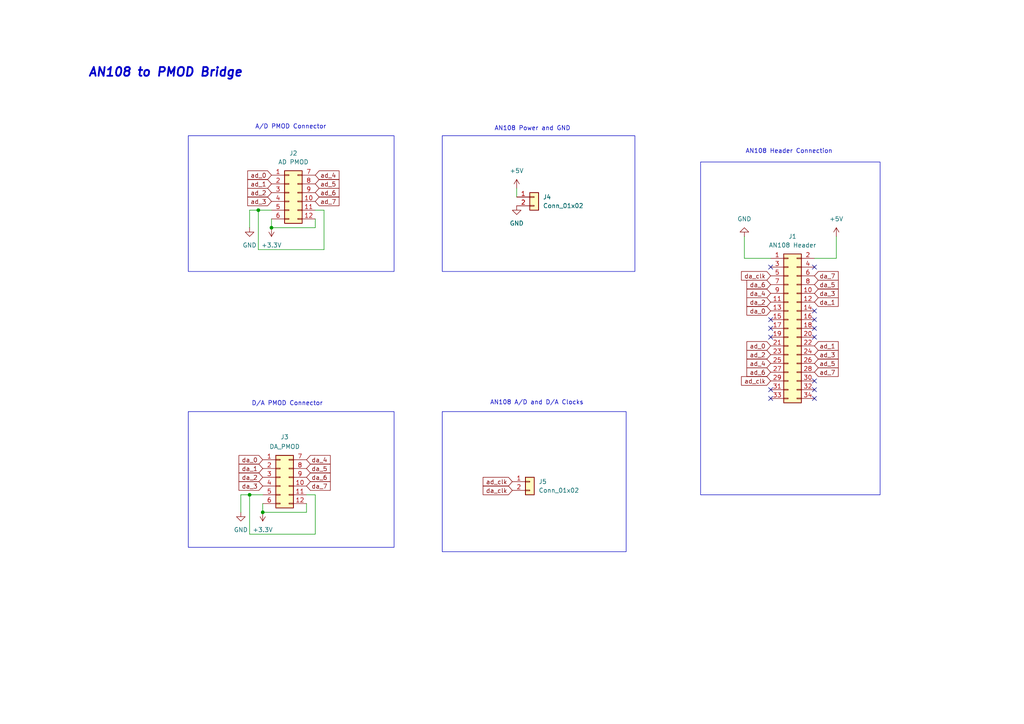
<source format=kicad_sch>
(kicad_sch
	(version 20231120)
	(generator "eeschema")
	(generator_version "8.0")
	(uuid "ca2ffcd2-e180-481d-a3f9-6f6b95d5ac9b")
	(paper "A4")
	(title_block
		(title "AN108 to PMOD Bridge")
		(date "2024-05-10")
		(rev "0.1")
		(company "Steven Frederiksen")
	)
	(lib_symbols
		(symbol "Connector_Generic:Conn_01x02"
			(pin_names
				(offset 1.016) hide)
			(exclude_from_sim no)
			(in_bom yes)
			(on_board yes)
			(property "Reference" "J"
				(at 0 2.54 0)
				(effects
					(font
						(size 1.27 1.27)
					)
				)
			)
			(property "Value" "Conn_01x02"
				(at 0 -5.08 0)
				(effects
					(font
						(size 1.27 1.27)
					)
				)
			)
			(property "Footprint" ""
				(at 0 0 0)
				(effects
					(font
						(size 1.27 1.27)
					)
					(hide yes)
				)
			)
			(property "Datasheet" "~"
				(at 0 0 0)
				(effects
					(font
						(size 1.27 1.27)
					)
					(hide yes)
				)
			)
			(property "Description" "Generic connector, single row, 01x02, script generated (kicad-library-utils/schlib/autogen/connector/)"
				(at 0 0 0)
				(effects
					(font
						(size 1.27 1.27)
					)
					(hide yes)
				)
			)
			(property "ki_keywords" "connector"
				(at 0 0 0)
				(effects
					(font
						(size 1.27 1.27)
					)
					(hide yes)
				)
			)
			(property "ki_fp_filters" "Connector*:*_1x??_*"
				(at 0 0 0)
				(effects
					(font
						(size 1.27 1.27)
					)
					(hide yes)
				)
			)
			(symbol "Conn_01x02_1_1"
				(rectangle
					(start -1.27 -2.413)
					(end 0 -2.667)
					(stroke
						(width 0.1524)
						(type default)
					)
					(fill
						(type none)
					)
				)
				(rectangle
					(start -1.27 0.127)
					(end 0 -0.127)
					(stroke
						(width 0.1524)
						(type default)
					)
					(fill
						(type none)
					)
				)
				(rectangle
					(start -1.27 1.27)
					(end 1.27 -3.81)
					(stroke
						(width 0.254)
						(type default)
					)
					(fill
						(type background)
					)
				)
				(pin passive line
					(at -5.08 0 0)
					(length 3.81)
					(name "Pin_1"
						(effects
							(font
								(size 1.27 1.27)
							)
						)
					)
					(number "1"
						(effects
							(font
								(size 1.27 1.27)
							)
						)
					)
				)
				(pin passive line
					(at -5.08 -2.54 0)
					(length 3.81)
					(name "Pin_2"
						(effects
							(font
								(size 1.27 1.27)
							)
						)
					)
					(number "2"
						(effects
							(font
								(size 1.27 1.27)
							)
						)
					)
				)
			)
		)
		(symbol "Connector_Generic:Conn_02x06_Top_Bottom"
			(pin_names
				(offset 1.016) hide)
			(exclude_from_sim no)
			(in_bom yes)
			(on_board yes)
			(property "Reference" "J"
				(at 1.27 7.62 0)
				(effects
					(font
						(size 1.27 1.27)
					)
				)
			)
			(property "Value" "Conn_02x06_Top_Bottom"
				(at 1.27 -10.16 0)
				(effects
					(font
						(size 1.27 1.27)
					)
				)
			)
			(property "Footprint" ""
				(at 0 0 0)
				(effects
					(font
						(size 1.27 1.27)
					)
					(hide yes)
				)
			)
			(property "Datasheet" "~"
				(at 0 0 0)
				(effects
					(font
						(size 1.27 1.27)
					)
					(hide yes)
				)
			)
			(property "Description" "Generic connector, double row, 02x06, top/bottom pin numbering scheme (row 1: 1...pins_per_row, row2: pins_per_row+1 ... num_pins), script generated (kicad-library-utils/schlib/autogen/connector/)"
				(at 0 0 0)
				(effects
					(font
						(size 1.27 1.27)
					)
					(hide yes)
				)
			)
			(property "ki_keywords" "connector"
				(at 0 0 0)
				(effects
					(font
						(size 1.27 1.27)
					)
					(hide yes)
				)
			)
			(property "ki_fp_filters" "Connector*:*_2x??_*"
				(at 0 0 0)
				(effects
					(font
						(size 1.27 1.27)
					)
					(hide yes)
				)
			)
			(symbol "Conn_02x06_Top_Bottom_1_1"
				(rectangle
					(start -1.27 -7.493)
					(end 0 -7.747)
					(stroke
						(width 0.1524)
						(type default)
					)
					(fill
						(type none)
					)
				)
				(rectangle
					(start -1.27 -4.953)
					(end 0 -5.207)
					(stroke
						(width 0.1524)
						(type default)
					)
					(fill
						(type none)
					)
				)
				(rectangle
					(start -1.27 -2.413)
					(end 0 -2.667)
					(stroke
						(width 0.1524)
						(type default)
					)
					(fill
						(type none)
					)
				)
				(rectangle
					(start -1.27 0.127)
					(end 0 -0.127)
					(stroke
						(width 0.1524)
						(type default)
					)
					(fill
						(type none)
					)
				)
				(rectangle
					(start -1.27 2.667)
					(end 0 2.413)
					(stroke
						(width 0.1524)
						(type default)
					)
					(fill
						(type none)
					)
				)
				(rectangle
					(start -1.27 5.207)
					(end 0 4.953)
					(stroke
						(width 0.1524)
						(type default)
					)
					(fill
						(type none)
					)
				)
				(rectangle
					(start -1.27 6.35)
					(end 3.81 -8.89)
					(stroke
						(width 0.254)
						(type default)
					)
					(fill
						(type background)
					)
				)
				(rectangle
					(start 3.81 -7.493)
					(end 2.54 -7.747)
					(stroke
						(width 0.1524)
						(type default)
					)
					(fill
						(type none)
					)
				)
				(rectangle
					(start 3.81 -4.953)
					(end 2.54 -5.207)
					(stroke
						(width 0.1524)
						(type default)
					)
					(fill
						(type none)
					)
				)
				(rectangle
					(start 3.81 -2.413)
					(end 2.54 -2.667)
					(stroke
						(width 0.1524)
						(type default)
					)
					(fill
						(type none)
					)
				)
				(rectangle
					(start 3.81 0.127)
					(end 2.54 -0.127)
					(stroke
						(width 0.1524)
						(type default)
					)
					(fill
						(type none)
					)
				)
				(rectangle
					(start 3.81 2.667)
					(end 2.54 2.413)
					(stroke
						(width 0.1524)
						(type default)
					)
					(fill
						(type none)
					)
				)
				(rectangle
					(start 3.81 5.207)
					(end 2.54 4.953)
					(stroke
						(width 0.1524)
						(type default)
					)
					(fill
						(type none)
					)
				)
				(pin passive line
					(at -5.08 5.08 0)
					(length 3.81)
					(name "Pin_1"
						(effects
							(font
								(size 1.27 1.27)
							)
						)
					)
					(number "1"
						(effects
							(font
								(size 1.27 1.27)
							)
						)
					)
				)
				(pin passive line
					(at 7.62 -2.54 180)
					(length 3.81)
					(name "Pin_10"
						(effects
							(font
								(size 1.27 1.27)
							)
						)
					)
					(number "10"
						(effects
							(font
								(size 1.27 1.27)
							)
						)
					)
				)
				(pin passive line
					(at 7.62 -5.08 180)
					(length 3.81)
					(name "Pin_11"
						(effects
							(font
								(size 1.27 1.27)
							)
						)
					)
					(number "11"
						(effects
							(font
								(size 1.27 1.27)
							)
						)
					)
				)
				(pin passive line
					(at 7.62 -7.62 180)
					(length 3.81)
					(name "Pin_12"
						(effects
							(font
								(size 1.27 1.27)
							)
						)
					)
					(number "12"
						(effects
							(font
								(size 1.27 1.27)
							)
						)
					)
				)
				(pin passive line
					(at -5.08 2.54 0)
					(length 3.81)
					(name "Pin_2"
						(effects
							(font
								(size 1.27 1.27)
							)
						)
					)
					(number "2"
						(effects
							(font
								(size 1.27 1.27)
							)
						)
					)
				)
				(pin passive line
					(at -5.08 0 0)
					(length 3.81)
					(name "Pin_3"
						(effects
							(font
								(size 1.27 1.27)
							)
						)
					)
					(number "3"
						(effects
							(font
								(size 1.27 1.27)
							)
						)
					)
				)
				(pin passive line
					(at -5.08 -2.54 0)
					(length 3.81)
					(name "Pin_4"
						(effects
							(font
								(size 1.27 1.27)
							)
						)
					)
					(number "4"
						(effects
							(font
								(size 1.27 1.27)
							)
						)
					)
				)
				(pin passive line
					(at -5.08 -5.08 0)
					(length 3.81)
					(name "Pin_5"
						(effects
							(font
								(size 1.27 1.27)
							)
						)
					)
					(number "5"
						(effects
							(font
								(size 1.27 1.27)
							)
						)
					)
				)
				(pin passive line
					(at -5.08 -7.62 0)
					(length 3.81)
					(name "Pin_6"
						(effects
							(font
								(size 1.27 1.27)
							)
						)
					)
					(number "6"
						(effects
							(font
								(size 1.27 1.27)
							)
						)
					)
				)
				(pin passive line
					(at 7.62 5.08 180)
					(length 3.81)
					(name "Pin_7"
						(effects
							(font
								(size 1.27 1.27)
							)
						)
					)
					(number "7"
						(effects
							(font
								(size 1.27 1.27)
							)
						)
					)
				)
				(pin passive line
					(at 7.62 2.54 180)
					(length 3.81)
					(name "Pin_8"
						(effects
							(font
								(size 1.27 1.27)
							)
						)
					)
					(number "8"
						(effects
							(font
								(size 1.27 1.27)
							)
						)
					)
				)
				(pin passive line
					(at 7.62 0 180)
					(length 3.81)
					(name "Pin_9"
						(effects
							(font
								(size 1.27 1.27)
							)
						)
					)
					(number "9"
						(effects
							(font
								(size 1.27 1.27)
							)
						)
					)
				)
			)
		)
		(symbol "Connector_Generic:Conn_02x17_Odd_Even"
			(pin_names
				(offset 1.016) hide)
			(exclude_from_sim no)
			(in_bom yes)
			(on_board yes)
			(property "Reference" "J"
				(at 1.27 22.86 0)
				(effects
					(font
						(size 1.27 1.27)
					)
				)
			)
			(property "Value" "Conn_02x17_Odd_Even"
				(at 1.27 -22.86 0)
				(effects
					(font
						(size 1.27 1.27)
					)
				)
			)
			(property "Footprint" ""
				(at 0 0 0)
				(effects
					(font
						(size 1.27 1.27)
					)
					(hide yes)
				)
			)
			(property "Datasheet" "~"
				(at 0 0 0)
				(effects
					(font
						(size 1.27 1.27)
					)
					(hide yes)
				)
			)
			(property "Description" "Generic connector, double row, 02x17, odd/even pin numbering scheme (row 1 odd numbers, row 2 even numbers), script generated (kicad-library-utils/schlib/autogen/connector/)"
				(at 0 0 0)
				(effects
					(font
						(size 1.27 1.27)
					)
					(hide yes)
				)
			)
			(property "ki_keywords" "connector"
				(at 0 0 0)
				(effects
					(font
						(size 1.27 1.27)
					)
					(hide yes)
				)
			)
			(property "ki_fp_filters" "Connector*:*_2x??_*"
				(at 0 0 0)
				(effects
					(font
						(size 1.27 1.27)
					)
					(hide yes)
				)
			)
			(symbol "Conn_02x17_Odd_Even_1_1"
				(rectangle
					(start -1.27 -20.193)
					(end 0 -20.447)
					(stroke
						(width 0.1524)
						(type default)
					)
					(fill
						(type none)
					)
				)
				(rectangle
					(start -1.27 -17.653)
					(end 0 -17.907)
					(stroke
						(width 0.1524)
						(type default)
					)
					(fill
						(type none)
					)
				)
				(rectangle
					(start -1.27 -15.113)
					(end 0 -15.367)
					(stroke
						(width 0.1524)
						(type default)
					)
					(fill
						(type none)
					)
				)
				(rectangle
					(start -1.27 -12.573)
					(end 0 -12.827)
					(stroke
						(width 0.1524)
						(type default)
					)
					(fill
						(type none)
					)
				)
				(rectangle
					(start -1.27 -10.033)
					(end 0 -10.287)
					(stroke
						(width 0.1524)
						(type default)
					)
					(fill
						(type none)
					)
				)
				(rectangle
					(start -1.27 -7.493)
					(end 0 -7.747)
					(stroke
						(width 0.1524)
						(type default)
					)
					(fill
						(type none)
					)
				)
				(rectangle
					(start -1.27 -4.953)
					(end 0 -5.207)
					(stroke
						(width 0.1524)
						(type default)
					)
					(fill
						(type none)
					)
				)
				(rectangle
					(start -1.27 -2.413)
					(end 0 -2.667)
					(stroke
						(width 0.1524)
						(type default)
					)
					(fill
						(type none)
					)
				)
				(rectangle
					(start -1.27 0.127)
					(end 0 -0.127)
					(stroke
						(width 0.1524)
						(type default)
					)
					(fill
						(type none)
					)
				)
				(rectangle
					(start -1.27 2.667)
					(end 0 2.413)
					(stroke
						(width 0.1524)
						(type default)
					)
					(fill
						(type none)
					)
				)
				(rectangle
					(start -1.27 5.207)
					(end 0 4.953)
					(stroke
						(width 0.1524)
						(type default)
					)
					(fill
						(type none)
					)
				)
				(rectangle
					(start -1.27 7.747)
					(end 0 7.493)
					(stroke
						(width 0.1524)
						(type default)
					)
					(fill
						(type none)
					)
				)
				(rectangle
					(start -1.27 10.287)
					(end 0 10.033)
					(stroke
						(width 0.1524)
						(type default)
					)
					(fill
						(type none)
					)
				)
				(rectangle
					(start -1.27 12.827)
					(end 0 12.573)
					(stroke
						(width 0.1524)
						(type default)
					)
					(fill
						(type none)
					)
				)
				(rectangle
					(start -1.27 15.367)
					(end 0 15.113)
					(stroke
						(width 0.1524)
						(type default)
					)
					(fill
						(type none)
					)
				)
				(rectangle
					(start -1.27 17.907)
					(end 0 17.653)
					(stroke
						(width 0.1524)
						(type default)
					)
					(fill
						(type none)
					)
				)
				(rectangle
					(start -1.27 20.447)
					(end 0 20.193)
					(stroke
						(width 0.1524)
						(type default)
					)
					(fill
						(type none)
					)
				)
				(rectangle
					(start -1.27 21.59)
					(end 3.81 -21.59)
					(stroke
						(width 0.254)
						(type default)
					)
					(fill
						(type background)
					)
				)
				(rectangle
					(start 3.81 -20.193)
					(end 2.54 -20.447)
					(stroke
						(width 0.1524)
						(type default)
					)
					(fill
						(type none)
					)
				)
				(rectangle
					(start 3.81 -17.653)
					(end 2.54 -17.907)
					(stroke
						(width 0.1524)
						(type default)
					)
					(fill
						(type none)
					)
				)
				(rectangle
					(start 3.81 -15.113)
					(end 2.54 -15.367)
					(stroke
						(width 0.1524)
						(type default)
					)
					(fill
						(type none)
					)
				)
				(rectangle
					(start 3.81 -12.573)
					(end 2.54 -12.827)
					(stroke
						(width 0.1524)
						(type default)
					)
					(fill
						(type none)
					)
				)
				(rectangle
					(start 3.81 -10.033)
					(end 2.54 -10.287)
					(stroke
						(width 0.1524)
						(type default)
					)
					(fill
						(type none)
					)
				)
				(rectangle
					(start 3.81 -7.493)
					(end 2.54 -7.747)
					(stroke
						(width 0.1524)
						(type default)
					)
					(fill
						(type none)
					)
				)
				(rectangle
					(start 3.81 -4.953)
					(end 2.54 -5.207)
					(stroke
						(width 0.1524)
						(type default)
					)
					(fill
						(type none)
					)
				)
				(rectangle
					(start 3.81 -2.413)
					(end 2.54 -2.667)
					(stroke
						(width 0.1524)
						(type default)
					)
					(fill
						(type none)
					)
				)
				(rectangle
					(start 3.81 0.127)
					(end 2.54 -0.127)
					(stroke
						(width 0.1524)
						(type default)
					)
					(fill
						(type none)
					)
				)
				(rectangle
					(start 3.81 2.667)
					(end 2.54 2.413)
					(stroke
						(width 0.1524)
						(type default)
					)
					(fill
						(type none)
					)
				)
				(rectangle
					(start 3.81 5.207)
					(end 2.54 4.953)
					(stroke
						(width 0.1524)
						(type default)
					)
					(fill
						(type none)
					)
				)
				(rectangle
					(start 3.81 7.747)
					(end 2.54 7.493)
					(stroke
						(width 0.1524)
						(type default)
					)
					(fill
						(type none)
					)
				)
				(rectangle
					(start 3.81 10.287)
					(end 2.54 10.033)
					(stroke
						(width 0.1524)
						(type default)
					)
					(fill
						(type none)
					)
				)
				(rectangle
					(start 3.81 12.827)
					(end 2.54 12.573)
					(stroke
						(width 0.1524)
						(type default)
					)
					(fill
						(type none)
					)
				)
				(rectangle
					(start 3.81 15.367)
					(end 2.54 15.113)
					(stroke
						(width 0.1524)
						(type default)
					)
					(fill
						(type none)
					)
				)
				(rectangle
					(start 3.81 17.907)
					(end 2.54 17.653)
					(stroke
						(width 0.1524)
						(type default)
					)
					(fill
						(type none)
					)
				)
				(rectangle
					(start 3.81 20.447)
					(end 2.54 20.193)
					(stroke
						(width 0.1524)
						(type default)
					)
					(fill
						(type none)
					)
				)
				(pin passive line
					(at -5.08 20.32 0)
					(length 3.81)
					(name "Pin_1"
						(effects
							(font
								(size 1.27 1.27)
							)
						)
					)
					(number "1"
						(effects
							(font
								(size 1.27 1.27)
							)
						)
					)
				)
				(pin passive line
					(at 7.62 10.16 180)
					(length 3.81)
					(name "Pin_10"
						(effects
							(font
								(size 1.27 1.27)
							)
						)
					)
					(number "10"
						(effects
							(font
								(size 1.27 1.27)
							)
						)
					)
				)
				(pin passive line
					(at -5.08 7.62 0)
					(length 3.81)
					(name "Pin_11"
						(effects
							(font
								(size 1.27 1.27)
							)
						)
					)
					(number "11"
						(effects
							(font
								(size 1.27 1.27)
							)
						)
					)
				)
				(pin passive line
					(at 7.62 7.62 180)
					(length 3.81)
					(name "Pin_12"
						(effects
							(font
								(size 1.27 1.27)
							)
						)
					)
					(number "12"
						(effects
							(font
								(size 1.27 1.27)
							)
						)
					)
				)
				(pin passive line
					(at -5.08 5.08 0)
					(length 3.81)
					(name "Pin_13"
						(effects
							(font
								(size 1.27 1.27)
							)
						)
					)
					(number "13"
						(effects
							(font
								(size 1.27 1.27)
							)
						)
					)
				)
				(pin passive line
					(at 7.62 5.08 180)
					(length 3.81)
					(name "Pin_14"
						(effects
							(font
								(size 1.27 1.27)
							)
						)
					)
					(number "14"
						(effects
							(font
								(size 1.27 1.27)
							)
						)
					)
				)
				(pin passive line
					(at -5.08 2.54 0)
					(length 3.81)
					(name "Pin_15"
						(effects
							(font
								(size 1.27 1.27)
							)
						)
					)
					(number "15"
						(effects
							(font
								(size 1.27 1.27)
							)
						)
					)
				)
				(pin passive line
					(at 7.62 2.54 180)
					(length 3.81)
					(name "Pin_16"
						(effects
							(font
								(size 1.27 1.27)
							)
						)
					)
					(number "16"
						(effects
							(font
								(size 1.27 1.27)
							)
						)
					)
				)
				(pin passive line
					(at -5.08 0 0)
					(length 3.81)
					(name "Pin_17"
						(effects
							(font
								(size 1.27 1.27)
							)
						)
					)
					(number "17"
						(effects
							(font
								(size 1.27 1.27)
							)
						)
					)
				)
				(pin passive line
					(at 7.62 0 180)
					(length 3.81)
					(name "Pin_18"
						(effects
							(font
								(size 1.27 1.27)
							)
						)
					)
					(number "18"
						(effects
							(font
								(size 1.27 1.27)
							)
						)
					)
				)
				(pin passive line
					(at -5.08 -2.54 0)
					(length 3.81)
					(name "Pin_19"
						(effects
							(font
								(size 1.27 1.27)
							)
						)
					)
					(number "19"
						(effects
							(font
								(size 1.27 1.27)
							)
						)
					)
				)
				(pin passive line
					(at 7.62 20.32 180)
					(length 3.81)
					(name "Pin_2"
						(effects
							(font
								(size 1.27 1.27)
							)
						)
					)
					(number "2"
						(effects
							(font
								(size 1.27 1.27)
							)
						)
					)
				)
				(pin passive line
					(at 7.62 -2.54 180)
					(length 3.81)
					(name "Pin_20"
						(effects
							(font
								(size 1.27 1.27)
							)
						)
					)
					(number "20"
						(effects
							(font
								(size 1.27 1.27)
							)
						)
					)
				)
				(pin passive line
					(at -5.08 -5.08 0)
					(length 3.81)
					(name "Pin_21"
						(effects
							(font
								(size 1.27 1.27)
							)
						)
					)
					(number "21"
						(effects
							(font
								(size 1.27 1.27)
							)
						)
					)
				)
				(pin passive line
					(at 7.62 -5.08 180)
					(length 3.81)
					(name "Pin_22"
						(effects
							(font
								(size 1.27 1.27)
							)
						)
					)
					(number "22"
						(effects
							(font
								(size 1.27 1.27)
							)
						)
					)
				)
				(pin passive line
					(at -5.08 -7.62 0)
					(length 3.81)
					(name "Pin_23"
						(effects
							(font
								(size 1.27 1.27)
							)
						)
					)
					(number "23"
						(effects
							(font
								(size 1.27 1.27)
							)
						)
					)
				)
				(pin passive line
					(at 7.62 -7.62 180)
					(length 3.81)
					(name "Pin_24"
						(effects
							(font
								(size 1.27 1.27)
							)
						)
					)
					(number "24"
						(effects
							(font
								(size 1.27 1.27)
							)
						)
					)
				)
				(pin passive line
					(at -5.08 -10.16 0)
					(length 3.81)
					(name "Pin_25"
						(effects
							(font
								(size 1.27 1.27)
							)
						)
					)
					(number "25"
						(effects
							(font
								(size 1.27 1.27)
							)
						)
					)
				)
				(pin passive line
					(at 7.62 -10.16 180)
					(length 3.81)
					(name "Pin_26"
						(effects
							(font
								(size 1.27 1.27)
							)
						)
					)
					(number "26"
						(effects
							(font
								(size 1.27 1.27)
							)
						)
					)
				)
				(pin passive line
					(at -5.08 -12.7 0)
					(length 3.81)
					(name "Pin_27"
						(effects
							(font
								(size 1.27 1.27)
							)
						)
					)
					(number "27"
						(effects
							(font
								(size 1.27 1.27)
							)
						)
					)
				)
				(pin passive line
					(at 7.62 -12.7 180)
					(length 3.81)
					(name "Pin_28"
						(effects
							(font
								(size 1.27 1.27)
							)
						)
					)
					(number "28"
						(effects
							(font
								(size 1.27 1.27)
							)
						)
					)
				)
				(pin passive line
					(at -5.08 -15.24 0)
					(length 3.81)
					(name "Pin_29"
						(effects
							(font
								(size 1.27 1.27)
							)
						)
					)
					(number "29"
						(effects
							(font
								(size 1.27 1.27)
							)
						)
					)
				)
				(pin passive line
					(at -5.08 17.78 0)
					(length 3.81)
					(name "Pin_3"
						(effects
							(font
								(size 1.27 1.27)
							)
						)
					)
					(number "3"
						(effects
							(font
								(size 1.27 1.27)
							)
						)
					)
				)
				(pin passive line
					(at 7.62 -15.24 180)
					(length 3.81)
					(name "Pin_30"
						(effects
							(font
								(size 1.27 1.27)
							)
						)
					)
					(number "30"
						(effects
							(font
								(size 1.27 1.27)
							)
						)
					)
				)
				(pin passive line
					(at -5.08 -17.78 0)
					(length 3.81)
					(name "Pin_31"
						(effects
							(font
								(size 1.27 1.27)
							)
						)
					)
					(number "31"
						(effects
							(font
								(size 1.27 1.27)
							)
						)
					)
				)
				(pin passive line
					(at 7.62 -17.78 180)
					(length 3.81)
					(name "Pin_32"
						(effects
							(font
								(size 1.27 1.27)
							)
						)
					)
					(number "32"
						(effects
							(font
								(size 1.27 1.27)
							)
						)
					)
				)
				(pin passive line
					(at -5.08 -20.32 0)
					(length 3.81)
					(name "Pin_33"
						(effects
							(font
								(size 1.27 1.27)
							)
						)
					)
					(number "33"
						(effects
							(font
								(size 1.27 1.27)
							)
						)
					)
				)
				(pin passive line
					(at 7.62 -20.32 180)
					(length 3.81)
					(name "Pin_34"
						(effects
							(font
								(size 1.27 1.27)
							)
						)
					)
					(number "34"
						(effects
							(font
								(size 1.27 1.27)
							)
						)
					)
				)
				(pin passive line
					(at 7.62 17.78 180)
					(length 3.81)
					(name "Pin_4"
						(effects
							(font
								(size 1.27 1.27)
							)
						)
					)
					(number "4"
						(effects
							(font
								(size 1.27 1.27)
							)
						)
					)
				)
				(pin passive line
					(at -5.08 15.24 0)
					(length 3.81)
					(name "Pin_5"
						(effects
							(font
								(size 1.27 1.27)
							)
						)
					)
					(number "5"
						(effects
							(font
								(size 1.27 1.27)
							)
						)
					)
				)
				(pin passive line
					(at 7.62 15.24 180)
					(length 3.81)
					(name "Pin_6"
						(effects
							(font
								(size 1.27 1.27)
							)
						)
					)
					(number "6"
						(effects
							(font
								(size 1.27 1.27)
							)
						)
					)
				)
				(pin passive line
					(at -5.08 12.7 0)
					(length 3.81)
					(name "Pin_7"
						(effects
							(font
								(size 1.27 1.27)
							)
						)
					)
					(number "7"
						(effects
							(font
								(size 1.27 1.27)
							)
						)
					)
				)
				(pin passive line
					(at 7.62 12.7 180)
					(length 3.81)
					(name "Pin_8"
						(effects
							(font
								(size 1.27 1.27)
							)
						)
					)
					(number "8"
						(effects
							(font
								(size 1.27 1.27)
							)
						)
					)
				)
				(pin passive line
					(at -5.08 10.16 0)
					(length 3.81)
					(name "Pin_9"
						(effects
							(font
								(size 1.27 1.27)
							)
						)
					)
					(number "9"
						(effects
							(font
								(size 1.27 1.27)
							)
						)
					)
				)
			)
		)
		(symbol "power:+3.3V"
			(power)
			(pin_numbers hide)
			(pin_names
				(offset 0) hide)
			(exclude_from_sim no)
			(in_bom yes)
			(on_board yes)
			(property "Reference" "#PWR"
				(at 0 -3.81 0)
				(effects
					(font
						(size 1.27 1.27)
					)
					(hide yes)
				)
			)
			(property "Value" "+3.3V"
				(at 0 3.556 0)
				(effects
					(font
						(size 1.27 1.27)
					)
				)
			)
			(property "Footprint" ""
				(at 0 0 0)
				(effects
					(font
						(size 1.27 1.27)
					)
					(hide yes)
				)
			)
			(property "Datasheet" ""
				(at 0 0 0)
				(effects
					(font
						(size 1.27 1.27)
					)
					(hide yes)
				)
			)
			(property "Description" "Power symbol creates a global label with name \"+3.3V\""
				(at 0 0 0)
				(effects
					(font
						(size 1.27 1.27)
					)
					(hide yes)
				)
			)
			(property "ki_keywords" "global power"
				(at 0 0 0)
				(effects
					(font
						(size 1.27 1.27)
					)
					(hide yes)
				)
			)
			(symbol "+3.3V_0_1"
				(polyline
					(pts
						(xy -0.762 1.27) (xy 0 2.54)
					)
					(stroke
						(width 0)
						(type default)
					)
					(fill
						(type none)
					)
				)
				(polyline
					(pts
						(xy 0 0) (xy 0 2.54)
					)
					(stroke
						(width 0)
						(type default)
					)
					(fill
						(type none)
					)
				)
				(polyline
					(pts
						(xy 0 2.54) (xy 0.762 1.27)
					)
					(stroke
						(width 0)
						(type default)
					)
					(fill
						(type none)
					)
				)
			)
			(symbol "+3.3V_1_1"
				(pin power_in line
					(at 0 0 90)
					(length 0)
					(name "~"
						(effects
							(font
								(size 1.27 1.27)
							)
						)
					)
					(number "1"
						(effects
							(font
								(size 1.27 1.27)
							)
						)
					)
				)
			)
		)
		(symbol "power:+5V"
			(power)
			(pin_numbers hide)
			(pin_names
				(offset 0) hide)
			(exclude_from_sim no)
			(in_bom yes)
			(on_board yes)
			(property "Reference" "#PWR"
				(at 0 -3.81 0)
				(effects
					(font
						(size 1.27 1.27)
					)
					(hide yes)
				)
			)
			(property "Value" "+5V"
				(at 0 3.556 0)
				(effects
					(font
						(size 1.27 1.27)
					)
				)
			)
			(property "Footprint" ""
				(at 0 0 0)
				(effects
					(font
						(size 1.27 1.27)
					)
					(hide yes)
				)
			)
			(property "Datasheet" ""
				(at 0 0 0)
				(effects
					(font
						(size 1.27 1.27)
					)
					(hide yes)
				)
			)
			(property "Description" "Power symbol creates a global label with name \"+5V\""
				(at 0 0 0)
				(effects
					(font
						(size 1.27 1.27)
					)
					(hide yes)
				)
			)
			(property "ki_keywords" "global power"
				(at 0 0 0)
				(effects
					(font
						(size 1.27 1.27)
					)
					(hide yes)
				)
			)
			(symbol "+5V_0_1"
				(polyline
					(pts
						(xy -0.762 1.27) (xy 0 2.54)
					)
					(stroke
						(width 0)
						(type default)
					)
					(fill
						(type none)
					)
				)
				(polyline
					(pts
						(xy 0 0) (xy 0 2.54)
					)
					(stroke
						(width 0)
						(type default)
					)
					(fill
						(type none)
					)
				)
				(polyline
					(pts
						(xy 0 2.54) (xy 0.762 1.27)
					)
					(stroke
						(width 0)
						(type default)
					)
					(fill
						(type none)
					)
				)
			)
			(symbol "+5V_1_1"
				(pin power_in line
					(at 0 0 90)
					(length 0)
					(name "~"
						(effects
							(font
								(size 1.27 1.27)
							)
						)
					)
					(number "1"
						(effects
							(font
								(size 1.27 1.27)
							)
						)
					)
				)
			)
		)
		(symbol "power:GND"
			(power)
			(pin_numbers hide)
			(pin_names
				(offset 0) hide)
			(exclude_from_sim no)
			(in_bom yes)
			(on_board yes)
			(property "Reference" "#PWR"
				(at 0 -6.35 0)
				(effects
					(font
						(size 1.27 1.27)
					)
					(hide yes)
				)
			)
			(property "Value" "GND"
				(at 0 -3.81 0)
				(effects
					(font
						(size 1.27 1.27)
					)
				)
			)
			(property "Footprint" ""
				(at 0 0 0)
				(effects
					(font
						(size 1.27 1.27)
					)
					(hide yes)
				)
			)
			(property "Datasheet" ""
				(at 0 0 0)
				(effects
					(font
						(size 1.27 1.27)
					)
					(hide yes)
				)
			)
			(property "Description" "Power symbol creates a global label with name \"GND\" , ground"
				(at 0 0 0)
				(effects
					(font
						(size 1.27 1.27)
					)
					(hide yes)
				)
			)
			(property "ki_keywords" "global power"
				(at 0 0 0)
				(effects
					(font
						(size 1.27 1.27)
					)
					(hide yes)
				)
			)
			(symbol "GND_0_1"
				(polyline
					(pts
						(xy 0 0) (xy 0 -1.27) (xy 1.27 -1.27) (xy 0 -2.54) (xy -1.27 -1.27) (xy 0 -1.27)
					)
					(stroke
						(width 0)
						(type default)
					)
					(fill
						(type none)
					)
				)
			)
			(symbol "GND_1_1"
				(pin power_in line
					(at 0 0 270)
					(length 0)
					(name "~"
						(effects
							(font
								(size 1.27 1.27)
							)
						)
					)
					(number "1"
						(effects
							(font
								(size 1.27 1.27)
							)
						)
					)
				)
			)
		)
	)
	(junction
		(at 74.93 60.96)
		(diameter 0)
		(color 0 0 0 0)
		(uuid "0bd2b1ea-ff03-4bec-8389-dcfd67244e10")
	)
	(junction
		(at 78.74 66.04)
		(diameter 0)
		(color 0 0 0 0)
		(uuid "556f743c-fbba-4340-b383-88af21af7f50")
	)
	(junction
		(at 72.39 143.51)
		(diameter 0)
		(color 0 0 0 0)
		(uuid "b6b5fa40-9b11-4224-9d4e-f7d920e3588c")
	)
	(junction
		(at 76.2 148.59)
		(diameter 0)
		(color 0 0 0 0)
		(uuid "fac0fba3-d54e-4ddc-9fff-55eed0f57902")
	)
	(no_connect
		(at 236.22 90.17)
		(uuid "2562dd7e-5049-441d-bdb3-37fc7be8410d")
	)
	(no_connect
		(at 223.52 92.71)
		(uuid "2f2b2837-5750-4027-96b9-a65e326384a7")
	)
	(no_connect
		(at 223.52 97.79)
		(uuid "4a6f6614-97ee-4de2-93bc-e829dfadfc05")
	)
	(no_connect
		(at 236.22 115.57)
		(uuid "5a8d3a34-3d2e-45db-905b-a60f9759f756")
	)
	(no_connect
		(at 223.52 113.03)
		(uuid "5acdc53e-1756-445d-8fa7-20088db728f4")
	)
	(no_connect
		(at 236.22 77.47)
		(uuid "64c11cc7-5c17-484f-af56-2f9813ae6869")
	)
	(no_connect
		(at 223.52 95.25)
		(uuid "7756edcb-359a-41cf-826d-2e08b0f1cac6")
	)
	(no_connect
		(at 236.22 97.79)
		(uuid "9d797f64-3144-4af0-b129-0e591ca7d1d6")
	)
	(no_connect
		(at 236.22 92.71)
		(uuid "9de96a1c-e32d-4a2a-babf-a3aea8d510f8")
	)
	(no_connect
		(at 236.22 113.03)
		(uuid "c46ea702-83dc-4dd0-8140-7a834959fd16")
	)
	(no_connect
		(at 236.22 110.49)
		(uuid "c7a90d87-daa0-4269-a764-f86085942245")
	)
	(no_connect
		(at 223.52 115.57)
		(uuid "e258ec6b-077a-455c-a86e-e802d9a8e725")
	)
	(no_connect
		(at 223.52 77.47)
		(uuid "ecbdbb83-f7a5-4469-9186-154e1109ae4b")
	)
	(no_connect
		(at 236.22 95.25)
		(uuid "f6eb42e4-3184-4546-8fbc-b85079b80c22")
	)
	(wire
		(pts
			(xy 72.39 60.96) (xy 74.93 60.96)
		)
		(stroke
			(width 0)
			(type default)
		)
		(uuid "02fbf1a2-a2ba-4d37-9681-de91d835eeb5")
	)
	(wire
		(pts
			(xy 74.93 60.96) (xy 78.74 60.96)
		)
		(stroke
			(width 0)
			(type default)
		)
		(uuid "07c318f0-8745-449b-a696-5e46da5a8ebd")
	)
	(wire
		(pts
			(xy 91.44 63.5) (xy 91.44 66.04)
		)
		(stroke
			(width 0)
			(type default)
		)
		(uuid "0f38385c-e8b6-43dc-9671-c760e5394549")
	)
	(wire
		(pts
			(xy 88.9 148.59) (xy 76.2 148.59)
		)
		(stroke
			(width 0)
			(type default)
		)
		(uuid "188bc234-d948-49a4-af54-d91ec1600425")
	)
	(wire
		(pts
			(xy 76.2 143.51) (xy 72.39 143.51)
		)
		(stroke
			(width 0)
			(type default)
		)
		(uuid "1ea6d5bb-41ff-48a0-b895-bfd19bc6dbba")
	)
	(wire
		(pts
			(xy 91.44 154.94) (xy 72.39 154.94)
		)
		(stroke
			(width 0)
			(type default)
		)
		(uuid "22d393cf-6d66-490f-b85b-b8b2ae974607")
	)
	(wire
		(pts
			(xy 236.22 74.93) (xy 242.57 74.93)
		)
		(stroke
			(width 0)
			(type default)
		)
		(uuid "2379b6c2-d7f7-45d4-80b1-b3bf3b638b6b")
	)
	(wire
		(pts
			(xy 88.9 146.05) (xy 88.9 148.59)
		)
		(stroke
			(width 0)
			(type default)
		)
		(uuid "274090ab-53c9-4436-8c2a-16ae9d31001b")
	)
	(wire
		(pts
			(xy 72.39 60.96) (xy 72.39 66.04)
		)
		(stroke
			(width 0)
			(type default)
		)
		(uuid "28367a2f-ccad-49c1-90d7-a5d58e548f14")
	)
	(wire
		(pts
			(xy 72.39 143.51) (xy 72.39 154.94)
		)
		(stroke
			(width 0)
			(type default)
		)
		(uuid "3735313d-f0c9-49e7-bb46-6afa3d8d35e4")
	)
	(wire
		(pts
			(xy 215.9 68.58) (xy 215.9 74.93)
		)
		(stroke
			(width 0)
			(type default)
		)
		(uuid "56caa0d5-b899-490e-a2d2-3b06e86ca522")
	)
	(wire
		(pts
			(xy 93.98 72.39) (xy 74.93 72.39)
		)
		(stroke
			(width 0)
			(type default)
		)
		(uuid "5e6f1880-f416-4a4b-88e7-e8efc9aaa640")
	)
	(wire
		(pts
			(xy 76.2 146.05) (xy 76.2 148.59)
		)
		(stroke
			(width 0)
			(type default)
		)
		(uuid "797ffba8-c2b2-4cd6-abc7-0d31e03178ef")
	)
	(wire
		(pts
			(xy 78.74 66.04) (xy 91.44 66.04)
		)
		(stroke
			(width 0)
			(type default)
		)
		(uuid "807a2a05-640c-46a5-8dd9-8bc1977982c7")
	)
	(wire
		(pts
			(xy 74.93 72.39) (xy 74.93 60.96)
		)
		(stroke
			(width 0)
			(type default)
		)
		(uuid "92f9909f-c015-42bb-83e6-42ca4ba44d76")
	)
	(wire
		(pts
			(xy 69.85 143.51) (xy 69.85 148.59)
		)
		(stroke
			(width 0)
			(type default)
		)
		(uuid "9ed7a869-bc8b-4667-9895-fdffdaddd627")
	)
	(wire
		(pts
			(xy 93.98 60.96) (xy 93.98 72.39)
		)
		(stroke
			(width 0)
			(type default)
		)
		(uuid "b13e4975-bbd9-485a-b7ba-c0f60eea04ae")
	)
	(wire
		(pts
			(xy 88.9 143.51) (xy 91.44 143.51)
		)
		(stroke
			(width 0)
			(type default)
		)
		(uuid "c9702593-d578-4ee4-9741-f2b8753fe373")
	)
	(wire
		(pts
			(xy 78.74 63.5) (xy 78.74 66.04)
		)
		(stroke
			(width 0)
			(type default)
		)
		(uuid "d2d84d4d-c7d7-4c8a-8e90-f1cf5b626cf0")
	)
	(wire
		(pts
			(xy 242.57 68.58) (xy 242.57 74.93)
		)
		(stroke
			(width 0)
			(type default)
		)
		(uuid "d3631b13-d7d6-4ea6-9695-74ffb58381c2")
	)
	(wire
		(pts
			(xy 149.86 57.15) (xy 149.86 54.61)
		)
		(stroke
			(width 0)
			(type default)
		)
		(uuid "d6c068ae-c6df-482d-81a2-297513fe0733")
	)
	(wire
		(pts
			(xy 72.39 143.51) (xy 69.85 143.51)
		)
		(stroke
			(width 0)
			(type default)
		)
		(uuid "dbe294f4-15bc-497b-883c-caf116019ae5")
	)
	(wire
		(pts
			(xy 223.52 74.93) (xy 215.9 74.93)
		)
		(stroke
			(width 0)
			(type default)
		)
		(uuid "dd8ca36e-58da-4f99-b3ea-7fa623b05b13")
	)
	(wire
		(pts
			(xy 91.44 143.51) (xy 91.44 154.94)
		)
		(stroke
			(width 0)
			(type default)
		)
		(uuid "e3ee9a8e-a0bb-4d14-bead-be234f0b0b53")
	)
	(wire
		(pts
			(xy 91.44 60.96) (xy 93.98 60.96)
		)
		(stroke
			(width 0)
			(type default)
		)
		(uuid "ef0c170a-823a-445a-af3a-71814230f321")
	)
	(rectangle
		(start 203.2 46.99)
		(end 255.27 143.51)
		(stroke
			(width 0)
			(type default)
		)
		(fill
			(type none)
		)
		(uuid 006628d0-b801-43db-b451-1f278ade98b2)
	)
	(rectangle
		(start 128.27 119.38)
		(end 181.61 160.02)
		(stroke
			(width 0)
			(type default)
		)
		(fill
			(type none)
		)
		(uuid 16b29249-e9d9-45a4-9213-f47c49eee682)
	)
	(rectangle
		(start 128.27 39.37)
		(end 184.15 78.74)
		(stroke
			(width 0)
			(type default)
		)
		(fill
			(type none)
		)
		(uuid 8443c522-953d-4d59-8464-1d8afb19c9b8)
	)
	(rectangle
		(start 54.61 119.38)
		(end 114.3 158.75)
		(stroke
			(width 0)
			(type default)
		)
		(fill
			(type none)
		)
		(uuid f0584533-1796-47cd-8101-5ca6581e4502)
	)
	(rectangle
		(start 54.61 39.37)
		(end 114.3 78.74)
		(stroke
			(width 0)
			(type default)
		)
		(fill
			(type none)
		)
		(uuid f1017961-37c4-4f15-a83b-7bcd272697a1)
	)
	(text "AN108 to PMOD Bridge"
		(exclude_from_sim no)
		(at 48.006 21.082 0)
		(effects
			(font
				(size 2.54 2.54)
				(thickness 0.508)
				(bold yes)
				(italic yes)
			)
		)
		(uuid "37e23d23-76d8-48f3-b190-092520aa842c")
	)
	(text "AN108 A/D and D/A Clocks"
		(exclude_from_sim no)
		(at 155.702 116.84 0)
		(effects
			(font
				(size 1.27 1.27)
			)
		)
		(uuid "46f4d76d-a960-4882-8651-e0c7b6e4167f")
	)
	(text "D/A PMOD Connector"
		(exclude_from_sim no)
		(at 83.312 117.094 0)
		(effects
			(font
				(size 1.27 1.27)
			)
		)
		(uuid "70008179-55eb-4e85-a20b-c4ccbc46906d")
	)
	(text "A/D PMOD Connector"
		(exclude_from_sim no)
		(at 84.328 36.83 0)
		(effects
			(font
				(size 1.27 1.27)
			)
		)
		(uuid "8c1313d9-c62e-4b28-9f31-7f41c08559a5")
	)
	(text "AN108 Power and GND"
		(exclude_from_sim no)
		(at 154.432 37.338 0)
		(effects
			(font
				(size 1.27 1.27)
			)
		)
		(uuid "9fa1bf0c-ce28-47a6-88eb-7e7a61a515c3")
	)
	(text "AN108 Header Connection"
		(exclude_from_sim no)
		(at 228.854 43.942 0)
		(effects
			(font
				(size 1.27 1.27)
			)
		)
		(uuid "a3191ac5-58e5-4232-9d08-787b724ace08")
	)
	(global_label "da_2"
		(shape input)
		(at 223.52 87.63 180)
		(fields_autoplaced yes)
		(effects
			(font
				(size 1.27 1.27)
			)
			(justify right)
		)
		(uuid "02d0db38-4629-4322-af0d-e30e2cac8dde")
		(property "Intersheetrefs" "${INTERSHEET_REFS}"
			(at 216.0597 87.63 0)
			(effects
				(font
					(size 1.27 1.27)
				)
				(justify right)
				(hide yes)
			)
		)
	)
	(global_label "ad_clk"
		(shape input)
		(at 223.52 110.49 180)
		(fields_autoplaced yes)
		(effects
			(font
				(size 1.27 1.27)
			)
			(justify right)
		)
		(uuid "043367d9-4e69-4717-a22c-ca582144a9cc")
		(property "Intersheetrefs" "${INTERSHEET_REFS}"
			(at 214.4873 110.49 0)
			(effects
				(font
					(size 1.27 1.27)
				)
				(justify right)
				(hide yes)
			)
		)
	)
	(global_label "da_2"
		(shape input)
		(at 76.2 138.43 180)
		(fields_autoplaced yes)
		(effects
			(font
				(size 1.27 1.27)
			)
			(justify right)
		)
		(uuid "14a1b796-27ac-497c-a3c6-d7052fafec90")
		(property "Intersheetrefs" "${INTERSHEET_REFS}"
			(at 68.7397 138.43 0)
			(effects
				(font
					(size 1.27 1.27)
				)
				(justify right)
				(hide yes)
			)
		)
	)
	(global_label "da_4"
		(shape input)
		(at 223.52 85.09 180)
		(fields_autoplaced yes)
		(effects
			(font
				(size 1.27 1.27)
			)
			(justify right)
		)
		(uuid "15daa2a2-0796-434b-9b08-2bafe0c4e055")
		(property "Intersheetrefs" "${INTERSHEET_REFS}"
			(at 216.0597 85.09 0)
			(effects
				(font
					(size 1.27 1.27)
				)
				(justify right)
				(hide yes)
			)
		)
	)
	(global_label "ad_4"
		(shape input)
		(at 223.52 105.41 180)
		(fields_autoplaced yes)
		(effects
			(font
				(size 1.27 1.27)
			)
			(justify right)
		)
		(uuid "1fefa2cf-3d45-49b1-8218-ade3ce579b86")
		(property "Intersheetrefs" "${INTERSHEET_REFS}"
			(at 216.0597 105.41 0)
			(effects
				(font
					(size 1.27 1.27)
				)
				(justify right)
				(hide yes)
			)
		)
	)
	(global_label "ad_0"
		(shape input)
		(at 78.74 50.8 180)
		(fields_autoplaced yes)
		(effects
			(font
				(size 1.27 1.27)
			)
			(justify right)
		)
		(uuid "22997d64-c89c-4a35-bf97-6a7f2b0c78d2")
		(property "Intersheetrefs" "${INTERSHEET_REFS}"
			(at 71.2797 50.8 0)
			(effects
				(font
					(size 1.27 1.27)
				)
				(justify right)
				(hide yes)
			)
		)
	)
	(global_label "ad_2"
		(shape input)
		(at 223.52 102.87 180)
		(fields_autoplaced yes)
		(effects
			(font
				(size 1.27 1.27)
			)
			(justify right)
		)
		(uuid "24a83d4c-8dee-4a8d-abff-7720399546cd")
		(property "Intersheetrefs" "${INTERSHEET_REFS}"
			(at 216.0597 102.87 0)
			(effects
				(font
					(size 1.27 1.27)
				)
				(justify right)
				(hide yes)
			)
		)
	)
	(global_label "ad_7"
		(shape input)
		(at 91.44 58.42 0)
		(fields_autoplaced yes)
		(effects
			(font
				(size 1.27 1.27)
			)
			(justify left)
		)
		(uuid "27044d36-45ea-46e8-b480-78f040d4e764")
		(property "Intersheetrefs" "${INTERSHEET_REFS}"
			(at 98.9003 58.42 0)
			(effects
				(font
					(size 1.27 1.27)
				)
				(justify left)
				(hide yes)
			)
		)
	)
	(global_label "da_0"
		(shape input)
		(at 223.52 90.17 180)
		(fields_autoplaced yes)
		(effects
			(font
				(size 1.27 1.27)
			)
			(justify right)
		)
		(uuid "2b5ba036-2417-4662-85f9-47bac4c69127")
		(property "Intersheetrefs" "${INTERSHEET_REFS}"
			(at 216.0597 90.17 0)
			(effects
				(font
					(size 1.27 1.27)
				)
				(justify right)
				(hide yes)
			)
		)
	)
	(global_label "da_6"
		(shape input)
		(at 223.52 82.55 180)
		(fields_autoplaced yes)
		(effects
			(font
				(size 1.27 1.27)
			)
			(justify right)
		)
		(uuid "2cb5f875-799d-4837-9f2a-67ca756c32cd")
		(property "Intersheetrefs" "${INTERSHEET_REFS}"
			(at 216.0597 82.55 0)
			(effects
				(font
					(size 1.27 1.27)
				)
				(justify right)
				(hide yes)
			)
		)
	)
	(global_label "da_4"
		(shape input)
		(at 88.9 133.35 0)
		(fields_autoplaced yes)
		(effects
			(font
				(size 1.27 1.27)
			)
			(justify left)
		)
		(uuid "37e34bd3-f8fe-41c2-b8b5-9bb91614bef1")
		(property "Intersheetrefs" "${INTERSHEET_REFS}"
			(at 96.3603 133.35 0)
			(effects
				(font
					(size 1.27 1.27)
				)
				(justify left)
				(hide yes)
			)
		)
	)
	(global_label "ad_1"
		(shape input)
		(at 236.22 100.33 0)
		(fields_autoplaced yes)
		(effects
			(font
				(size 1.27 1.27)
			)
			(justify left)
		)
		(uuid "3c40be90-068e-4e6e-88c9-70feeb98f575")
		(property "Intersheetrefs" "${INTERSHEET_REFS}"
			(at 243.6803 100.33 0)
			(effects
				(font
					(size 1.27 1.27)
				)
				(justify left)
				(hide yes)
			)
		)
	)
	(global_label "ad_6"
		(shape input)
		(at 91.44 55.88 0)
		(fields_autoplaced yes)
		(effects
			(font
				(size 1.27 1.27)
			)
			(justify left)
		)
		(uuid "3cc6bc3e-5cfe-4226-8b8a-866734004d0c")
		(property "Intersheetrefs" "${INTERSHEET_REFS}"
			(at 98.9003 55.88 0)
			(effects
				(font
					(size 1.27 1.27)
				)
				(justify left)
				(hide yes)
			)
		)
	)
	(global_label "ad_clk"
		(shape input)
		(at 148.59 139.7 180)
		(fields_autoplaced yes)
		(effects
			(font
				(size 1.27 1.27)
			)
			(justify right)
		)
		(uuid "4c1173ed-8e69-45b3-a10e-9bf69c87c035")
		(property "Intersheetrefs" "${INTERSHEET_REFS}"
			(at 139.5573 139.7 0)
			(effects
				(font
					(size 1.27 1.27)
				)
				(justify right)
				(hide yes)
			)
		)
	)
	(global_label "da_5"
		(shape input)
		(at 236.22 82.55 0)
		(fields_autoplaced yes)
		(effects
			(font
				(size 1.27 1.27)
			)
			(justify left)
		)
		(uuid "514367f2-2288-47ec-855d-7703f5f01b3b")
		(property "Intersheetrefs" "${INTERSHEET_REFS}"
			(at 243.6803 82.55 0)
			(effects
				(font
					(size 1.27 1.27)
				)
				(justify left)
				(hide yes)
			)
		)
	)
	(global_label "ad_2"
		(shape input)
		(at 78.74 55.88 180)
		(fields_autoplaced yes)
		(effects
			(font
				(size 1.27 1.27)
			)
			(justify right)
		)
		(uuid "55d1345e-dd16-4407-8332-d51d493ec215")
		(property "Intersheetrefs" "${INTERSHEET_REFS}"
			(at 71.2797 55.88 0)
			(effects
				(font
					(size 1.27 1.27)
				)
				(justify right)
				(hide yes)
			)
		)
	)
	(global_label "ad_4"
		(shape input)
		(at 91.44 50.8 0)
		(fields_autoplaced yes)
		(effects
			(font
				(size 1.27 1.27)
			)
			(justify left)
		)
		(uuid "5caf919d-9615-439d-87c3-2ae9354b42c7")
		(property "Intersheetrefs" "${INTERSHEET_REFS}"
			(at 98.9003 50.8 0)
			(effects
				(font
					(size 1.27 1.27)
				)
				(justify left)
				(hide yes)
			)
		)
	)
	(global_label "ad_5"
		(shape input)
		(at 236.22 105.41 0)
		(fields_autoplaced yes)
		(effects
			(font
				(size 1.27 1.27)
			)
			(justify left)
		)
		(uuid "5d48491b-4cbe-4ccf-ae43-ea77795bf563")
		(property "Intersheetrefs" "${INTERSHEET_REFS}"
			(at 243.6803 105.41 0)
			(effects
				(font
					(size 1.27 1.27)
				)
				(justify left)
				(hide yes)
			)
		)
	)
	(global_label "ad_6"
		(shape input)
		(at 223.52 107.95 180)
		(fields_autoplaced yes)
		(effects
			(font
				(size 1.27 1.27)
			)
			(justify right)
		)
		(uuid "693689d1-0cbd-461e-b3f4-27ca7b9f67ba")
		(property "Intersheetrefs" "${INTERSHEET_REFS}"
			(at 216.0597 107.95 0)
			(effects
				(font
					(size 1.27 1.27)
				)
				(justify right)
				(hide yes)
			)
		)
	)
	(global_label "da_6"
		(shape input)
		(at 88.9 138.43 0)
		(fields_autoplaced yes)
		(effects
			(font
				(size 1.27 1.27)
			)
			(justify left)
		)
		(uuid "6aa44953-4bc8-45e7-aba6-7c1878541b78")
		(property "Intersheetrefs" "${INTERSHEET_REFS}"
			(at 96.3603 138.43 0)
			(effects
				(font
					(size 1.27 1.27)
				)
				(justify left)
				(hide yes)
			)
		)
	)
	(global_label "ad_5"
		(shape input)
		(at 91.44 53.34 0)
		(fields_autoplaced yes)
		(effects
			(font
				(size 1.27 1.27)
			)
			(justify left)
		)
		(uuid "74de0339-b611-4b86-97d0-f6b6f3bf702f")
		(property "Intersheetrefs" "${INTERSHEET_REFS}"
			(at 98.9003 53.34 0)
			(effects
				(font
					(size 1.27 1.27)
				)
				(justify left)
				(hide yes)
			)
		)
	)
	(global_label "ad_7"
		(shape input)
		(at 236.22 107.95 0)
		(fields_autoplaced yes)
		(effects
			(font
				(size 1.27 1.27)
			)
			(justify left)
		)
		(uuid "901d39a2-fc23-469f-a3d7-c435935ea1de")
		(property "Intersheetrefs" "${INTERSHEET_REFS}"
			(at 243.6803 107.95 0)
			(effects
				(font
					(size 1.27 1.27)
				)
				(justify left)
				(hide yes)
			)
		)
	)
	(global_label "ad_1"
		(shape input)
		(at 78.74 53.34 180)
		(fields_autoplaced yes)
		(effects
			(font
				(size 1.27 1.27)
			)
			(justify right)
		)
		(uuid "927b1fc4-374d-411c-aecc-daf2f9788973")
		(property "Intersheetrefs" "${INTERSHEET_REFS}"
			(at 71.2797 53.34 0)
			(effects
				(font
					(size 1.27 1.27)
				)
				(justify right)
				(hide yes)
			)
		)
	)
	(global_label "da_7"
		(shape input)
		(at 88.9 140.97 0)
		(fields_autoplaced yes)
		(effects
			(font
				(size 1.27 1.27)
			)
			(justify left)
		)
		(uuid "967a85f2-0ae9-4106-97b8-f194b9ee23a9")
		(property "Intersheetrefs" "${INTERSHEET_REFS}"
			(at 96.3603 140.97 0)
			(effects
				(font
					(size 1.27 1.27)
				)
				(justify left)
				(hide yes)
			)
		)
	)
	(global_label "da_3"
		(shape input)
		(at 236.22 85.09 0)
		(fields_autoplaced yes)
		(effects
			(font
				(size 1.27 1.27)
			)
			(justify left)
		)
		(uuid "ab879294-459d-4d9d-8b58-5c31549a8be3")
		(property "Intersheetrefs" "${INTERSHEET_REFS}"
			(at 243.6803 85.09 0)
			(effects
				(font
					(size 1.27 1.27)
				)
				(justify left)
				(hide yes)
			)
		)
	)
	(global_label "da_3"
		(shape input)
		(at 76.2 140.97 180)
		(fields_autoplaced yes)
		(effects
			(font
				(size 1.27 1.27)
			)
			(justify right)
		)
		(uuid "b0a0c9b9-fe29-4680-bc98-7199d7a3d98a")
		(property "Intersheetrefs" "${INTERSHEET_REFS}"
			(at 68.7397 140.97 0)
			(effects
				(font
					(size 1.27 1.27)
				)
				(justify right)
				(hide yes)
			)
		)
	)
	(global_label "da_7"
		(shape input)
		(at 236.22 80.01 0)
		(fields_autoplaced yes)
		(effects
			(font
				(size 1.27 1.27)
			)
			(justify left)
		)
		(uuid "b4c874fb-bf59-41d4-8119-f4010c968377")
		(property "Intersheetrefs" "${INTERSHEET_REFS}"
			(at 243.6803 80.01 0)
			(effects
				(font
					(size 1.27 1.27)
				)
				(justify left)
				(hide yes)
			)
		)
	)
	(global_label "da_clk"
		(shape input)
		(at 223.52 80.01 180)
		(fields_autoplaced yes)
		(effects
			(font
				(size 1.27 1.27)
			)
			(justify right)
		)
		(uuid "b7ae2a91-c2e0-4ce9-81d6-a1c0cded5c03")
		(property "Intersheetrefs" "${INTERSHEET_REFS}"
			(at 214.4873 80.01 0)
			(effects
				(font
					(size 1.27 1.27)
				)
				(justify right)
				(hide yes)
			)
		)
	)
	(global_label "da_1"
		(shape input)
		(at 76.2 135.89 180)
		(fields_autoplaced yes)
		(effects
			(font
				(size 1.27 1.27)
			)
			(justify right)
		)
		(uuid "b887b9ad-70c3-4af9-987b-784e449b2ca4")
		(property "Intersheetrefs" "${INTERSHEET_REFS}"
			(at 68.7397 135.89 0)
			(effects
				(font
					(size 1.27 1.27)
				)
				(justify right)
				(hide yes)
			)
		)
	)
	(global_label "ad_3"
		(shape input)
		(at 236.22 102.87 0)
		(fields_autoplaced yes)
		(effects
			(font
				(size 1.27 1.27)
			)
			(justify left)
		)
		(uuid "c15d10f0-d493-4d9d-aedd-f81e8568e9b6")
		(property "Intersheetrefs" "${INTERSHEET_REFS}"
			(at 243.6803 102.87 0)
			(effects
				(font
					(size 1.27 1.27)
				)
				(justify left)
				(hide yes)
			)
		)
	)
	(global_label "ad_3"
		(shape input)
		(at 78.74 58.42 180)
		(fields_autoplaced yes)
		(effects
			(font
				(size 1.27 1.27)
			)
			(justify right)
		)
		(uuid "c3c237c3-2964-4f6a-a439-0bf2cc2ba316")
		(property "Intersheetrefs" "${INTERSHEET_REFS}"
			(at 71.2797 58.42 0)
			(effects
				(font
					(size 1.27 1.27)
				)
				(justify right)
				(hide yes)
			)
		)
	)
	(global_label "da_0"
		(shape input)
		(at 76.2 133.35 180)
		(fields_autoplaced yes)
		(effects
			(font
				(size 1.27 1.27)
			)
			(justify right)
		)
		(uuid "c46c62c2-22cd-42ee-b109-ffe7bde216ad")
		(property "Intersheetrefs" "${INTERSHEET_REFS}"
			(at 68.7397 133.35 0)
			(effects
				(font
					(size 1.27 1.27)
				)
				(justify right)
				(hide yes)
			)
		)
	)
	(global_label "ad_0"
		(shape input)
		(at 223.52 100.33 180)
		(fields_autoplaced yes)
		(effects
			(font
				(size 1.27 1.27)
			)
			(justify right)
		)
		(uuid "cac3e0ea-4b92-4677-9f1c-26c58c59406c")
		(property "Intersheetrefs" "${INTERSHEET_REFS}"
			(at 216.0597 100.33 0)
			(effects
				(font
					(size 1.27 1.27)
				)
				(justify right)
				(hide yes)
			)
		)
	)
	(global_label "da_1"
		(shape input)
		(at 236.22 87.63 0)
		(fields_autoplaced yes)
		(effects
			(font
				(size 1.27 1.27)
			)
			(justify left)
		)
		(uuid "d59da5a0-9cf2-4ab2-8157-6799e9ea7810")
		(property "Intersheetrefs" "${INTERSHEET_REFS}"
			(at 243.6803 87.63 0)
			(effects
				(font
					(size 1.27 1.27)
				)
				(justify left)
				(hide yes)
			)
		)
	)
	(global_label "da_5"
		(shape input)
		(at 88.9 135.89 0)
		(fields_autoplaced yes)
		(effects
			(font
				(size 1.27 1.27)
			)
			(justify left)
		)
		(uuid "ded6163f-b4bf-4a0b-acb7-9ee24ffe6286")
		(property "Intersheetrefs" "${INTERSHEET_REFS}"
			(at 96.3603 135.89 0)
			(effects
				(font
					(size 1.27 1.27)
				)
				(justify left)
				(hide yes)
			)
		)
	)
	(global_label "da_clk"
		(shape input)
		(at 148.59 142.24 180)
		(fields_autoplaced yes)
		(effects
			(font
				(size 1.27 1.27)
			)
			(justify right)
		)
		(uuid "ec839c74-e403-4f7d-875d-dc73f1b9fdd8")
		(property "Intersheetrefs" "${INTERSHEET_REFS}"
			(at 139.5573 142.24 0)
			(effects
				(font
					(size 1.27 1.27)
				)
				(justify right)
				(hide yes)
			)
		)
	)
	(symbol
		(lib_id "power:GND")
		(at 215.9 68.58 180)
		(unit 1)
		(exclude_from_sim no)
		(in_bom yes)
		(on_board yes)
		(dnp no)
		(fields_autoplaced yes)
		(uuid "1887c7e6-80f9-4ad8-9d73-42e0221e617a")
		(property "Reference" "#PWR01"
			(at 215.9 62.23 0)
			(effects
				(font
					(size 1.27 1.27)
				)
				(hide yes)
			)
		)
		(property "Value" "GND"
			(at 215.9 63.5 0)
			(effects
				(font
					(size 1.27 1.27)
				)
			)
		)
		(property "Footprint" ""
			(at 215.9 68.58 0)
			(effects
				(font
					(size 1.27 1.27)
				)
				(hide yes)
			)
		)
		(property "Datasheet" ""
			(at 215.9 68.58 0)
			(effects
				(font
					(size 1.27 1.27)
				)
				(hide yes)
			)
		)
		(property "Description" "Power symbol creates a global label with name \"GND\" , ground"
			(at 215.9 68.58 0)
			(effects
				(font
					(size 1.27 1.27)
				)
				(hide yes)
			)
		)
		(pin "1"
			(uuid "dcbe48ec-adfd-420b-9e21-cbac1a08c0ff")
		)
		(instances
			(project "an108_bridge"
				(path "/ca2ffcd2-e180-481d-a3f9-6f6b95d5ac9b"
					(reference "#PWR01")
					(unit 1)
				)
			)
		)
	)
	(symbol
		(lib_id "power:GND")
		(at 149.86 59.69 0)
		(unit 1)
		(exclude_from_sim no)
		(in_bom yes)
		(on_board yes)
		(dnp no)
		(fields_autoplaced yes)
		(uuid "271173b1-c3ea-4ba7-842c-dd96c3f3ddc1")
		(property "Reference" "#PWR04"
			(at 149.86 66.04 0)
			(effects
				(font
					(size 1.27 1.27)
				)
				(hide yes)
			)
		)
		(property "Value" "GND"
			(at 149.86 64.77 0)
			(effects
				(font
					(size 1.27 1.27)
				)
			)
		)
		(property "Footprint" ""
			(at 149.86 59.69 0)
			(effects
				(font
					(size 1.27 1.27)
				)
				(hide yes)
			)
		)
		(property "Datasheet" ""
			(at 149.86 59.69 0)
			(effects
				(font
					(size 1.27 1.27)
				)
				(hide yes)
			)
		)
		(property "Description" "Power symbol creates a global label with name \"GND\" , ground"
			(at 149.86 59.69 0)
			(effects
				(font
					(size 1.27 1.27)
				)
				(hide yes)
			)
		)
		(pin "1"
			(uuid "a4a375e5-61e0-4a62-ace8-bb65e1efe052")
		)
		(instances
			(project "an108_bridge"
				(path "/ca2ffcd2-e180-481d-a3f9-6f6b95d5ac9b"
					(reference "#PWR04")
					(unit 1)
				)
			)
		)
	)
	(symbol
		(lib_id "power:GND")
		(at 72.39 66.04 0)
		(unit 1)
		(exclude_from_sim no)
		(in_bom yes)
		(on_board yes)
		(dnp no)
		(fields_autoplaced yes)
		(uuid "2be8ec0b-e495-4def-9666-37cb257a2c41")
		(property "Reference" "#PWR07"
			(at 72.39 72.39 0)
			(effects
				(font
					(size 1.27 1.27)
				)
				(hide yes)
			)
		)
		(property "Value" "GND"
			(at 72.39 71.12 0)
			(effects
				(font
					(size 1.27 1.27)
				)
			)
		)
		(property "Footprint" ""
			(at 72.39 66.04 0)
			(effects
				(font
					(size 1.27 1.27)
				)
				(hide yes)
			)
		)
		(property "Datasheet" ""
			(at 72.39 66.04 0)
			(effects
				(font
					(size 1.27 1.27)
				)
				(hide yes)
			)
		)
		(property "Description" "Power symbol creates a global label with name \"GND\" , ground"
			(at 72.39 66.04 0)
			(effects
				(font
					(size 1.27 1.27)
				)
				(hide yes)
			)
		)
		(pin "1"
			(uuid "749ecd4e-029e-4369-940d-fe8dbd87478e")
		)
		(instances
			(project "an108_bridge"
				(path "/ca2ffcd2-e180-481d-a3f9-6f6b95d5ac9b"
					(reference "#PWR07")
					(unit 1)
				)
			)
		)
	)
	(symbol
		(lib_id "power:+5V")
		(at 242.57 68.58 0)
		(unit 1)
		(exclude_from_sim no)
		(in_bom yes)
		(on_board yes)
		(dnp no)
		(fields_autoplaced yes)
		(uuid "5d3d2af6-117f-4ce3-b5c7-ef55cf3ec5f7")
		(property "Reference" "#PWR06"
			(at 242.57 72.39 0)
			(effects
				(font
					(size 1.27 1.27)
				)
				(hide yes)
			)
		)
		(property "Value" "+5V"
			(at 242.57 63.5 0)
			(effects
				(font
					(size 1.27 1.27)
				)
			)
		)
		(property "Footprint" ""
			(at 242.57 68.58 0)
			(effects
				(font
					(size 1.27 1.27)
				)
				(hide yes)
			)
		)
		(property "Datasheet" ""
			(at 242.57 68.58 0)
			(effects
				(font
					(size 1.27 1.27)
				)
				(hide yes)
			)
		)
		(property "Description" "Power symbol creates a global label with name \"+5V\""
			(at 242.57 68.58 0)
			(effects
				(font
					(size 1.27 1.27)
				)
				(hide yes)
			)
		)
		(pin "1"
			(uuid "40942068-0b28-44ec-8d3e-b08fbe6e6b74")
		)
		(instances
			(project "an108_bridge"
				(path "/ca2ffcd2-e180-481d-a3f9-6f6b95d5ac9b"
					(reference "#PWR06")
					(unit 1)
				)
			)
		)
	)
	(symbol
		(lib_id "power:+3.3V")
		(at 76.2 148.59 180)
		(unit 1)
		(exclude_from_sim no)
		(in_bom yes)
		(on_board yes)
		(dnp no)
		(fields_autoplaced yes)
		(uuid "61883df2-1a17-4ce2-a8e3-d2ad60516821")
		(property "Reference" "#PWR03"
			(at 76.2 144.78 0)
			(effects
				(font
					(size 1.27 1.27)
				)
				(hide yes)
			)
		)
		(property "Value" "+3.3V"
			(at 76.2 153.67 0)
			(effects
				(font
					(size 1.27 1.27)
				)
			)
		)
		(property "Footprint" ""
			(at 76.2 148.59 0)
			(effects
				(font
					(size 1.27 1.27)
				)
				(hide yes)
			)
		)
		(property "Datasheet" ""
			(at 76.2 148.59 0)
			(effects
				(font
					(size 1.27 1.27)
				)
				(hide yes)
			)
		)
		(property "Description" "Power symbol creates a global label with name \"+3.3V\""
			(at 76.2 148.59 0)
			(effects
				(font
					(size 1.27 1.27)
				)
				(hide yes)
			)
		)
		(pin "1"
			(uuid "f01423a9-a3aa-4998-af10-9496619f96b4")
		)
		(instances
			(project "an108_bridge"
				(path "/ca2ffcd2-e180-481d-a3f9-6f6b95d5ac9b"
					(reference "#PWR03")
					(unit 1)
				)
			)
		)
	)
	(symbol
		(lib_id "Connector_Generic:Conn_02x17_Odd_Even")
		(at 228.6 95.25 0)
		(unit 1)
		(exclude_from_sim no)
		(in_bom yes)
		(on_board yes)
		(dnp no)
		(fields_autoplaced yes)
		(uuid "656f5e66-65d5-4d24-9226-3a78f29cfe82")
		(property "Reference" "J1"
			(at 229.87 68.58 0)
			(effects
				(font
					(size 1.27 1.27)
				)
			)
		)
		(property "Value" "AN108 Header"
			(at 229.87 71.12 0)
			(effects
				(font
					(size 1.27 1.27)
				)
			)
		)
		(property "Footprint" "Connector_PinHeader_2.54mm:PinHeader_2x17_P2.54mm_Vertical"
			(at 228.6 95.25 0)
			(effects
				(font
					(size 1.27 1.27)
				)
				(hide yes)
			)
		)
		(property "Datasheet" "~"
			(at 228.6 95.25 0)
			(effects
				(font
					(size 1.27 1.27)
				)
				(hide yes)
			)
		)
		(property "Description" "Generic connector, double row, 02x17, odd/even pin numbering scheme (row 1 odd numbers, row 2 even numbers), script generated (kicad-library-utils/schlib/autogen/connector/)"
			(at 228.6 95.25 0)
			(effects
				(font
					(size 1.27 1.27)
				)
				(hide yes)
			)
		)
		(pin "1"
			(uuid "a8b397ab-e916-4d20-81a4-6f590a384b5e")
		)
		(pin "13"
			(uuid "0e5389f1-369f-4724-95f1-582aa269c9f8")
		)
		(pin "12"
			(uuid "f84cfd7a-6769-40a7-a7c2-d6c4c848e08b")
		)
		(pin "10"
			(uuid "ff64a8a3-62e6-46d9-a71d-38a40eb13b62")
		)
		(pin "14"
			(uuid "34ddb3ba-c2af-4875-b0b3-f9e4644d4a5a")
		)
		(pin "15"
			(uuid "e677e2ea-90eb-4a72-9184-99e8a84d95de")
		)
		(pin "16"
			(uuid "d35d108c-1b96-4071-8836-a4f025722064")
		)
		(pin "17"
			(uuid "251b8c0f-914b-4dad-93ba-7b71c8ba6cc5")
		)
		(pin "2"
			(uuid "25b17c72-e490-4970-952c-a989f09cb625")
		)
		(pin "21"
			(uuid "13f70537-427d-4a84-9348-9e0a0ff2f380")
		)
		(pin "22"
			(uuid "03c33119-9027-43f3-a1a4-b18bc34de6c2")
		)
		(pin "23"
			(uuid "31781679-e0c8-4316-bec2-63c2d44726a1")
		)
		(pin "11"
			(uuid "5c016c63-e34f-4a09-a8ea-b405831c8141")
		)
		(pin "19"
			(uuid "ab25260c-1799-4c54-a066-50faaff3b269")
		)
		(pin "18"
			(uuid "a39ddbaf-3993-4269-a422-99fc8d32107d")
		)
		(pin "20"
			(uuid "5ff88a9f-2269-4529-8e5c-f6f7d4ef13cc")
		)
		(pin "30"
			(uuid "b13e6565-543a-40e6-98cd-30cf509b7be7")
		)
		(pin "32"
			(uuid "a6a37700-ab7d-4817-891a-e115d6fe1b45")
		)
		(pin "29"
			(uuid "a9b4ab42-2253-4e81-b2c1-2826bbec7e7a")
		)
		(pin "8"
			(uuid "9462cdba-c2bb-4462-87dc-9f9a5907e3de")
		)
		(pin "25"
			(uuid "25e2e448-08a5-4bf8-8533-8cf42f73c3d2")
		)
		(pin "28"
			(uuid "9a9e976e-a721-40ff-ad53-0ff1d607fd74")
		)
		(pin "3"
			(uuid "1062fa9e-368e-4a5e-9c41-cbdad7ce23c7")
		)
		(pin "24"
			(uuid "a82a1606-bec5-4588-b815-c4ae336f9722")
		)
		(pin "4"
			(uuid "ea758b20-c4d7-4605-9ad0-dc15ba0df05b")
		)
		(pin "5"
			(uuid "a0c7cbb7-450a-4fcc-8cfc-521bc39542b2")
		)
		(pin "33"
			(uuid "491ef981-ab83-468a-9fca-0a7738d87aa1")
		)
		(pin "7"
			(uuid "de3a9c74-88b0-4450-9764-44c79d84fe47")
		)
		(pin "27"
			(uuid "62e2059b-9049-4cd8-83e4-46ff709e8b54")
		)
		(pin "6"
			(uuid "feb2438d-457d-4354-a1b3-d713b6a85262")
		)
		(pin "31"
			(uuid "03b1a7bc-c726-4d7b-8ff1-e9f5a2cd6c6f")
		)
		(pin "9"
			(uuid "b664c3f5-168e-4cde-9a2f-0759f3a1d82f")
		)
		(pin "34"
			(uuid "13d08781-49a0-4b85-9f44-6ed7d2c9fa12")
		)
		(pin "26"
			(uuid "17a41224-34e3-4101-94a4-14920f1fe710")
		)
		(instances
			(project "an108_bridge"
				(path "/ca2ffcd2-e180-481d-a3f9-6f6b95d5ac9b"
					(reference "J1")
					(unit 1)
				)
			)
		)
	)
	(symbol
		(lib_id "power:+3.3V")
		(at 78.74 66.04 180)
		(unit 1)
		(exclude_from_sim no)
		(in_bom yes)
		(on_board yes)
		(dnp no)
		(fields_autoplaced yes)
		(uuid "75216914-5e9e-4193-a740-f92eef7b197d")
		(property "Reference" "#PWR08"
			(at 78.74 62.23 0)
			(effects
				(font
					(size 1.27 1.27)
				)
				(hide yes)
			)
		)
		(property "Value" "+3.3V"
			(at 78.74 71.12 0)
			(effects
				(font
					(size 1.27 1.27)
				)
			)
		)
		(property "Footprint" ""
			(at 78.74 66.04 0)
			(effects
				(font
					(size 1.27 1.27)
				)
				(hide yes)
			)
		)
		(property "Datasheet" ""
			(at 78.74 66.04 0)
			(effects
				(font
					(size 1.27 1.27)
				)
				(hide yes)
			)
		)
		(property "Description" "Power symbol creates a global label with name \"+3.3V\""
			(at 78.74 66.04 0)
			(effects
				(font
					(size 1.27 1.27)
				)
				(hide yes)
			)
		)
		(pin "1"
			(uuid "c2510baa-47c0-450d-b4dd-7f97bca32263")
		)
		(instances
			(project "an108_bridge"
				(path "/ca2ffcd2-e180-481d-a3f9-6f6b95d5ac9b"
					(reference "#PWR08")
					(unit 1)
				)
			)
		)
	)
	(symbol
		(lib_id "Connector_Generic:Conn_02x06_Top_Bottom")
		(at 83.82 55.88 0)
		(unit 1)
		(exclude_from_sim no)
		(in_bom yes)
		(on_board yes)
		(dnp no)
		(fields_autoplaced yes)
		(uuid "805fb0a7-b4d8-48cd-85a2-e554941116aa")
		(property "Reference" "J2"
			(at 85.09 44.45 0)
			(effects
				(font
					(size 1.27 1.27)
				)
			)
		)
		(property "Value" "AD PMOD"
			(at 85.09 46.99 0)
			(effects
				(font
					(size 1.27 1.27)
				)
			)
		)
		(property "Footprint" "Library:pmod_pin_array_6x2"
			(at 83.82 55.88 0)
			(effects
				(font
					(size 1.27 1.27)
				)
				(hide yes)
			)
		)
		(property "Datasheet" "~"
			(at 83.82 55.88 0)
			(effects
				(font
					(size 1.27 1.27)
				)
				(hide yes)
			)
		)
		(property "Description" "Generic connector, double row, 02x06, top/bottom pin numbering scheme (row 1: 1...pins_per_row, row2: pins_per_row+1 ... num_pins), script generated (kicad-library-utils/schlib/autogen/connector/)"
			(at 83.82 55.88 0)
			(effects
				(font
					(size 1.27 1.27)
				)
				(hide yes)
			)
		)
		(pin "8"
			(uuid "e515ba15-3743-43ca-930a-80d9f001e97a")
		)
		(pin "10"
			(uuid "c3a74297-dfa8-46ec-b343-530b42365651")
		)
		(pin "6"
			(uuid "6964ed6c-2028-4b59-82d7-5f17c07635d8")
		)
		(pin "11"
			(uuid "06f6d3c1-4028-4fbe-8dd6-f824db57a92b")
		)
		(pin "7"
			(uuid "d43e269e-42ad-4250-8c55-eb3f8d043434")
		)
		(pin "5"
			(uuid "1c6b77ac-9846-44e3-b2b6-262fad57b2c6")
		)
		(pin "2"
			(uuid "b610a42c-c82a-4d5d-8507-fb53b7f5dfa0")
		)
		(pin "12"
			(uuid "f1dad0bc-0916-4fea-8f2d-1ccf829142af")
		)
		(pin "4"
			(uuid "b34d82e6-98f5-4cbd-b489-2ff6df6c2b11")
		)
		(pin "9"
			(uuid "9a8cb10b-8780-490b-a898-bff795731f97")
		)
		(pin "3"
			(uuid "8f76f6da-3561-4cac-b820-a2d58b8fa853")
		)
		(pin "1"
			(uuid "8b83600e-82be-4b72-bf11-94cf30ac7f64")
		)
		(instances
			(project "an108_bridge"
				(path "/ca2ffcd2-e180-481d-a3f9-6f6b95d5ac9b"
					(reference "J2")
					(unit 1)
				)
			)
		)
	)
	(symbol
		(lib_id "Connector_Generic:Conn_01x02")
		(at 153.67 139.7 0)
		(unit 1)
		(exclude_from_sim no)
		(in_bom yes)
		(on_board yes)
		(dnp no)
		(fields_autoplaced yes)
		(uuid "867d5156-bc44-4c06-b951-e82b1dfe13ce")
		(property "Reference" "J5"
			(at 156.21 139.6999 0)
			(effects
				(font
					(size 1.27 1.27)
				)
				(justify left)
			)
		)
		(property "Value" "Conn_01x02"
			(at 156.21 142.2399 0)
			(effects
				(font
					(size 1.27 1.27)
				)
				(justify left)
			)
		)
		(property "Footprint" "Connector_PinHeader_2.54mm:PinHeader_1x02_P2.54mm_Vertical"
			(at 153.67 139.7 0)
			(effects
				(font
					(size 1.27 1.27)
				)
				(hide yes)
			)
		)
		(property "Datasheet" "~"
			(at 153.67 139.7 0)
			(effects
				(font
					(size 1.27 1.27)
				)
				(hide yes)
			)
		)
		(property "Description" "Generic connector, single row, 01x02, script generated (kicad-library-utils/schlib/autogen/connector/)"
			(at 153.67 139.7 0)
			(effects
				(font
					(size 1.27 1.27)
				)
				(hide yes)
			)
		)
		(pin "1"
			(uuid "e224fa76-0b6a-4482-a1c9-f2b84f7982d5")
		)
		(pin "2"
			(uuid "4d6efce1-58e3-4acd-a649-63d3dfe748b3")
		)
		(instances
			(project "an108_bridge"
				(path "/ca2ffcd2-e180-481d-a3f9-6f6b95d5ac9b"
					(reference "J5")
					(unit 1)
				)
			)
		)
	)
	(symbol
		(lib_id "Connector_Generic:Conn_01x02")
		(at 154.94 57.15 0)
		(unit 1)
		(exclude_from_sim no)
		(in_bom yes)
		(on_board yes)
		(dnp no)
		(fields_autoplaced yes)
		(uuid "9e744f36-8470-4267-8832-80f1812aad43")
		(property "Reference" "J4"
			(at 157.48 57.1499 0)
			(effects
				(font
					(size 1.27 1.27)
				)
				(justify left)
			)
		)
		(property "Value" "Conn_01x02"
			(at 157.48 59.6899 0)
			(effects
				(font
					(size 1.27 1.27)
				)
				(justify left)
			)
		)
		(property "Footprint" "Connector_PinHeader_2.54mm:PinHeader_1x02_P2.54mm_Vertical"
			(at 154.94 57.15 0)
			(effects
				(font
					(size 1.27 1.27)
				)
				(hide yes)
			)
		)
		(property "Datasheet" "~"
			(at 154.94 57.15 0)
			(effects
				(font
					(size 1.27 1.27)
				)
				(hide yes)
			)
		)
		(property "Description" "Generic connector, single row, 01x02, script generated (kicad-library-utils/schlib/autogen/connector/)"
			(at 154.94 57.15 0)
			(effects
				(font
					(size 1.27 1.27)
				)
				(hide yes)
			)
		)
		(pin "1"
			(uuid "272df6dc-7067-4624-a474-0ab8eb310548")
		)
		(pin "2"
			(uuid "69106a34-a6b0-48f6-8512-e893e44b4b26")
		)
		(instances
			(project "an108_bridge"
				(path "/ca2ffcd2-e180-481d-a3f9-6f6b95d5ac9b"
					(reference "J4")
					(unit 1)
				)
			)
		)
	)
	(symbol
		(lib_id "power:GND")
		(at 69.85 148.59 0)
		(unit 1)
		(exclude_from_sim no)
		(in_bom yes)
		(on_board yes)
		(dnp no)
		(fields_autoplaced yes)
		(uuid "b43a9b9c-bf09-4700-aca3-c05a5d4265bc")
		(property "Reference" "#PWR02"
			(at 69.85 154.94 0)
			(effects
				(font
					(size 1.27 1.27)
				)
				(hide yes)
			)
		)
		(property "Value" "GND"
			(at 69.85 153.67 0)
			(effects
				(font
					(size 1.27 1.27)
				)
			)
		)
		(property "Footprint" ""
			(at 69.85 148.59 0)
			(effects
				(font
					(size 1.27 1.27)
				)
				(hide yes)
			)
		)
		(property "Datasheet" ""
			(at 69.85 148.59 0)
			(effects
				(font
					(size 1.27 1.27)
				)
				(hide yes)
			)
		)
		(property "Description" "Power symbol creates a global label with name \"GND\" , ground"
			(at 69.85 148.59 0)
			(effects
				(font
					(size 1.27 1.27)
				)
				(hide yes)
			)
		)
		(pin "1"
			(uuid "288d2c6a-6c65-4851-bb9f-af80c4952efa")
		)
		(instances
			(project "an108_bridge"
				(path "/ca2ffcd2-e180-481d-a3f9-6f6b95d5ac9b"
					(reference "#PWR02")
					(unit 1)
				)
			)
		)
	)
	(symbol
		(lib_id "power:+5V")
		(at 149.86 54.61 0)
		(unit 1)
		(exclude_from_sim no)
		(in_bom yes)
		(on_board yes)
		(dnp no)
		(fields_autoplaced yes)
		(uuid "b8901cc9-bd33-49f9-854b-260c590fb227")
		(property "Reference" "#PWR05"
			(at 149.86 58.42 0)
			(effects
				(font
					(size 1.27 1.27)
				)
				(hide yes)
			)
		)
		(property "Value" "+5V"
			(at 149.86 49.53 0)
			(effects
				(font
					(size 1.27 1.27)
				)
			)
		)
		(property "Footprint" ""
			(at 149.86 54.61 0)
			(effects
				(font
					(size 1.27 1.27)
				)
				(hide yes)
			)
		)
		(property "Datasheet" ""
			(at 149.86 54.61 0)
			(effects
				(font
					(size 1.27 1.27)
				)
				(hide yes)
			)
		)
		(property "Description" "Power symbol creates a global label with name \"+5V\""
			(at 149.86 54.61 0)
			(effects
				(font
					(size 1.27 1.27)
				)
				(hide yes)
			)
		)
		(pin "1"
			(uuid "78845d98-d335-4a6e-950a-851e15050e6f")
		)
		(instances
			(project "an108_bridge"
				(path "/ca2ffcd2-e180-481d-a3f9-6f6b95d5ac9b"
					(reference "#PWR05")
					(unit 1)
				)
			)
		)
	)
	(symbol
		(lib_id "Connector_Generic:Conn_02x06_Top_Bottom")
		(at 81.28 138.43 0)
		(unit 1)
		(exclude_from_sim no)
		(in_bom yes)
		(on_board yes)
		(dnp no)
		(uuid "e1270c81-f632-42aa-9550-2d4d9bf53b39")
		(property "Reference" "J3"
			(at 82.55 126.746 0)
			(effects
				(font
					(size 1.27 1.27)
				)
			)
		)
		(property "Value" "DA_PMOD"
			(at 82.55 129.54 0)
			(effects
				(font
					(size 1.27 1.27)
				)
			)
		)
		(property "Footprint" "Library:pmod_pin_array_6x2"
			(at 81.28 138.43 0)
			(effects
				(font
					(size 1.27 1.27)
				)
				(hide yes)
			)
		)
		(property "Datasheet" "~"
			(at 81.28 138.43 0)
			(effects
				(font
					(size 1.27 1.27)
				)
				(hide yes)
			)
		)
		(property "Description" "Generic connector, double row, 02x06, top/bottom pin numbering scheme (row 1: 1...pins_per_row, row2: pins_per_row+1 ... num_pins), script generated (kicad-library-utils/schlib/autogen/connector/)"
			(at 81.28 138.43 0)
			(effects
				(font
					(size 1.27 1.27)
				)
				(hide yes)
			)
		)
		(pin "8"
			(uuid "6aebdda3-3a94-4b26-84c9-95cbeace584c")
		)
		(pin "10"
			(uuid "7ac90376-6ef5-447b-8a09-fe8e5a781523")
		)
		(pin "6"
			(uuid "913194b7-8593-4e9b-894a-000dd8bf8641")
		)
		(pin "11"
			(uuid "f7e01fd5-4ea8-441c-a758-34ad01e678ad")
		)
		(pin "7"
			(uuid "8319533b-ad13-40da-9d51-8a3cd686a3c4")
		)
		(pin "5"
			(uuid "026a9d4e-4621-416e-869a-5db8056cd1de")
		)
		(pin "2"
			(uuid "51a80a4e-da4a-46ea-9408-57f6fade2fd2")
		)
		(pin "12"
			(uuid "33ee7c37-b199-4b7d-9778-4c21d492e352")
		)
		(pin "4"
			(uuid "0da2fddb-3ba2-4923-bd09-1740fd326ae3")
		)
		(pin "9"
			(uuid "f97df584-37b3-4953-9237-23dbaa71f91a")
		)
		(pin "3"
			(uuid "8d49607b-97ab-426b-90a6-ea68244a93bb")
		)
		(pin "1"
			(uuid "3a6561d5-cf35-4f20-ac3b-214d3f35a3af")
		)
		(instances
			(project "an108_bridge"
				(path "/ca2ffcd2-e180-481d-a3f9-6f6b95d5ac9b"
					(reference "J3")
					(unit 1)
				)
			)
		)
	)
	(sheet_instances
		(path "/"
			(page "1")
		)
	)
)
</source>
